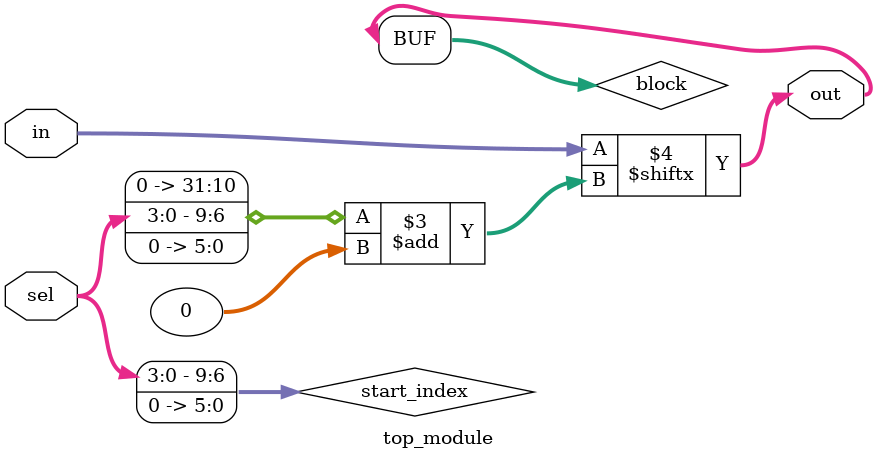
<source format=sv>
module top_module (
  input [1023:0] in,
  input [7:0] sel,
  output [3:0] out
);

  // Calculate the starting index of the 4-bit block based on the selection vector
  reg [9:0] start_index;
  always @* begin
    start_index = sel << 6;
  end

  // Extract the 4-bit block from the input vector based on the starting index
  wire [3:0] block;
  assign block = in[start_index +: 4];

  // Assign the extracted block to the output
  assign out = block;

endmodule

</source>
